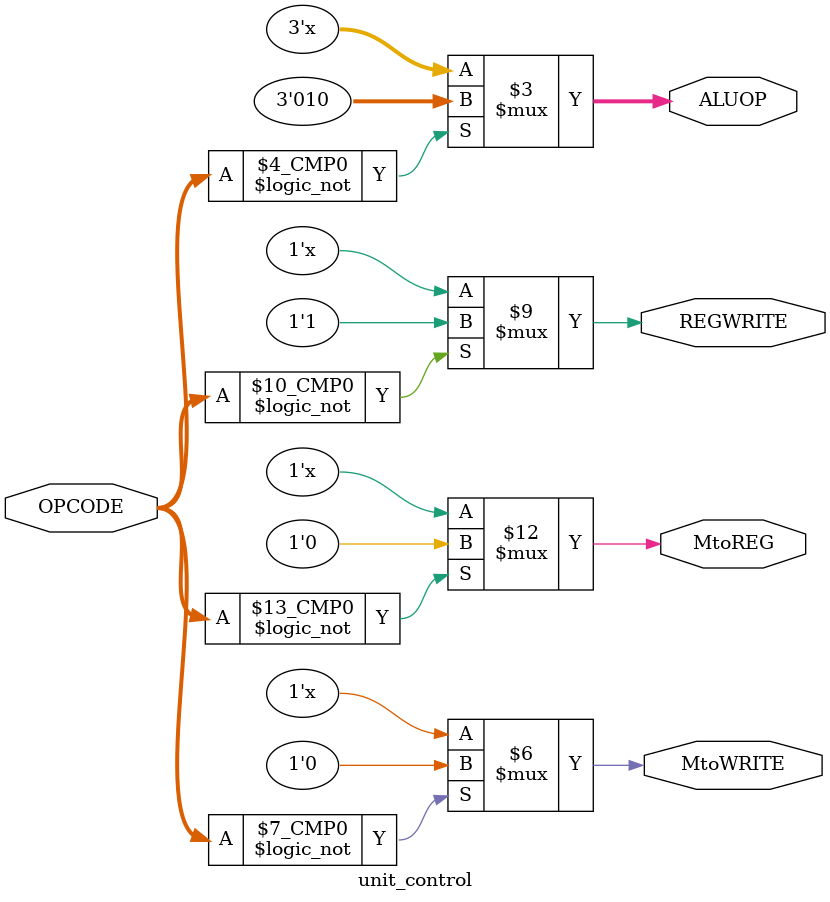
<source format=v>
module unit_control (
	input [5:0] OPCODE,
	output reg MtoREG, REGWRITE, MtoWRITE,
	output reg [2:0] ALUOP
);

	always @* begin
		case (OPCODE)

			6'b000000: begin
				MtoREG = 0;
				REGWRITE = 1;
				MtoWRITE = 0;
				ALUOP = 3'b010;
			end
			default: begin
				MtoREG = 1'bx;
				REGWRITE = 1'bx;
				MtoWRITE = 1'bx;
				ALUOP = 3'bx;				
			end

		endcase
	end

endmodule
</source>
